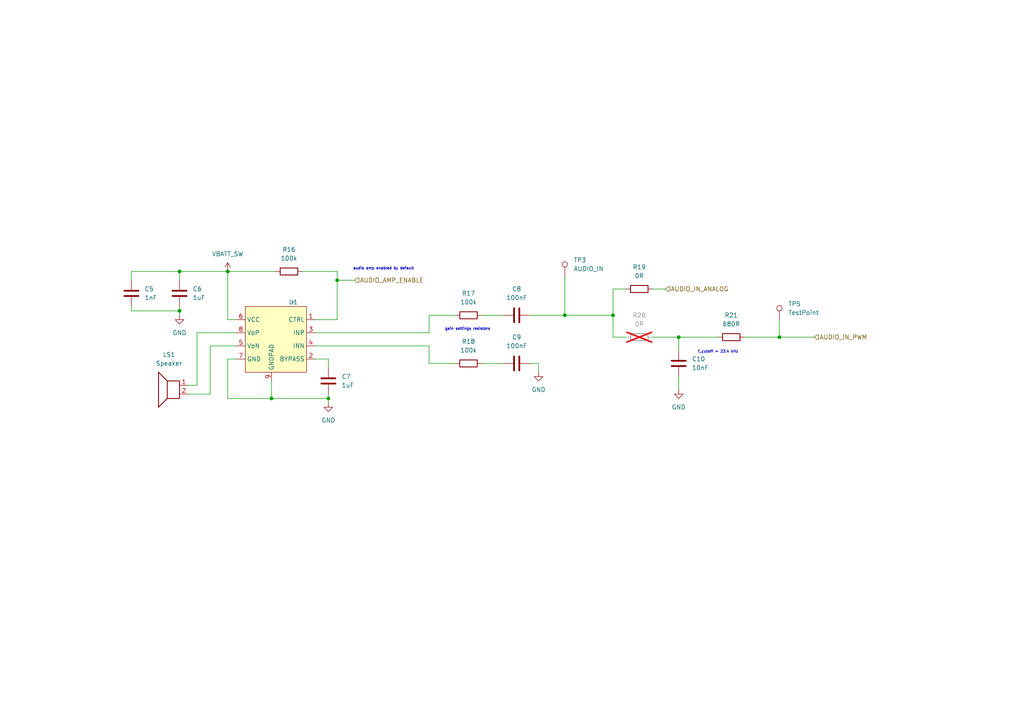
<source format=kicad_sch>
(kicad_sch (version 20231120) (generator "eeschema") (generator_version "8.0")
  (paper "A4")
  (lib_symbols
    (symbol "Connector:TestPoint" (pin_numbers hide) (pin_names (offset 0.762) hide)
      (property "Reference" "TP" (at 0 6.858 0))
      (property "Value" "TestPoint" (at 0 5.08 0))
      (symbol "TestPoint_0_1"
        (circle (center 0 3.302) (radius 0.762))
      )
      (symbol "TestPoint_1_1"
        (pin passive line (at 0 0 90) (length 2.54) (name "1") (number "1"))
      )
    )
    (symbol "Device:C" (pin_numbers hide) (pin_names (offset 0.254))
      (property "Reference" "C" (at 0.635 2.54 0))
      (property "Value" "C" (at 0.635 -2.54 0))
      (symbol "C_0_1"
        (polyline (pts (xy -2.032 -0.762) (xy 2.032 -0.762)) (stroke (width 0.508)))
        (polyline (pts (xy -2.032 0.762) (xy 2.032 0.762)) (stroke (width 0.508)))
      )
      (symbol "C_1_1"
        (pin passive line (at 0 3.81 270) (length 2.794) (name "~") (number "1"))
        (pin passive line (at 0 -3.81 90) (length 2.794) (name "~") (number "2"))
      )
    )
    (symbol "Device:R" (pin_numbers hide) (pin_names (offset 0))
      (property "Reference" "R" (at 2.032 0 90))
      (property "Value" "R" (at 0 0 90))
      (symbol "R_0_1"
        (rectangle (start -1.016 -2.54) (end 1.016 2.54) (stroke (width 0.254)))
      )
      (symbol "R_1_1"
        (pin passive line (at 0 3.81 270) (length 1.27) (name "~") (number "1"))
        (pin passive line (at 0 -3.81 90) (length 1.27) (name "~") (number "2"))
      )
    )
    (symbol "Device:Speaker" (pin_names (offset 0) hide)
      (property "Reference" "LS" (at 1.27 5.715 0))
      (property "Value" "Speaker" (at 1.27 3.81 0))
      (symbol "Speaker_0_0"
        (rectangle (start -2.54 1.27) (end 1.016 -3.81) (stroke (width 0.254)))
        (polyline (pts (xy 1.016 1.27) (xy 3.556 3.81) (xy 3.556 -6.35) (xy 1.016 -3.81)) (stroke (width 0.254)))
      )
      (symbol "Speaker_1_1"
        (pin input line (at -5.08 0 0) (length 2.54) (name "1") (number "1"))
        (pin input line (at -5.08 -2.54 0) (length 2.54) (name "2") (number "2"))
      )
    )
    (symbol "New_Library:NS4150B"
      (property "Reference" "U" (at -5.08 10.16 0))
      (symbol "NS4150B_1_1"
        (rectangle (start -8.89 8.89) (end 8.89 -10.16) (fill (type background)))
        (pin input line (at -11.43 5.08 0) (length 2.54) (name "CTRL") (number "1"))
        (pin input line (at -11.43 -6.35 0) (length 2.54) (name "BYPASS") (number "2"))
        (pin input line (at -11.43 1.27 0) (length 2.54) (name "INP") (number "3"))
        (pin input line (at -11.43 -2.54 0) (length 2.54) (name "INN") (number "4"))
        (pin output line (at 11.43 -2.54 180) (length 2.54) (name "VoN") (number "5"))
        (pin power_in line (at 11.43 5.08 180) (length 2.54) (name "VCC") (number "6"))
        (pin power_in line (at 11.43 -6.35 180) (length 2.54) (name "GND") (number "7"))
        (pin output line (at 11.43 1.27 180) (length 2.54) (name "VoP") (number "8"))
        (pin passive line (at 1.27 -12.7 90) (length 2.54) (name "GNDPAD") (number "9"))
      )
    )
    (symbol "power:GND" (power) (pin_numbers hide) (pin_names (offset 0) hide)
      (property "Value" "GND" (at 0 -3.81 0))
      (symbol "GND_0_1"
        (polyline (pts (xy 0 0) (xy 0 -1.27) (xy 1.27 -1.27) (xy 0 -2.54) (xy -1.27 -1.27) (xy 0 -1.27)))
      )
      (symbol "GND_1_1"
        (pin power_in line (at 0 0 270) (length 0) (name "~") (number "1"))
      )
    )
    (symbol "power:VCC" (power) (pin_numbers hide) (pin_names (offset 0) hide)
      (property "Value" "VCC" (at 0 3.556 0))
      (symbol "VCC_0_1"
        (polyline (pts (xy -0.762 1.27) (xy 0 2.54)))
        (polyline (pts (xy 0 0) (xy 0 2.54)))
        (polyline (pts (xy 0 2.54) (xy 0.762 1.27)))
      )
      (symbol "VCC_1_1"
        (pin power_in line (at 0 0 90) (length 0) (name "~") (number "1"))
      )
    )
  )
  (junction (at 196.85 97.79))
  (junction (at 226.06 97.79))
  (junction (at 52.07 90.17))
  (junction (at 95.25 115.57))
  (junction (at 66.04 78.74))
  (junction (at 97.79 81.28))
  (junction (at 52.07 78.74))
  (junction (at 78.74 115.57))
  (junction (at 163.83 91.44))
  (junction (at 177.8 91.44))
  (wire (pts (xy 153.67 105.41) (xy 156.21 105.41)))
  (wire (pts (xy 97.79 92.71) (xy 91.44 92.71)))
  (wire (pts (xy 124.46 100.33) (xy 124.46 105.41)))
  (wire (pts (xy 66.04 78.74) (xy 66.04 92.71)))
  (wire (pts (xy 177.8 83.82) (xy 181.61 83.82)))
  (wire (pts (xy 196.85 97.79) (xy 208.28 97.79)))
  (wire (pts (xy 52.07 88.9) (xy 52.07 90.17)))
  (wire (pts (xy 177.8 91.44) (xy 177.8 97.79)))
  (wire (pts (xy 124.46 105.41) (xy 132.08 105.41)))
  (wire (pts (xy 54.61 111.76) (xy 57.15 111.76)))
  (wire (pts (xy 97.79 78.74) (xy 97.79 81.28)))
  (wire (pts (xy 163.83 80.01) (xy 163.83 91.44)))
  (wire (pts (xy 226.06 92.71) (xy 226.06 97.79)))
  (wire (pts (xy 68.58 100.33) (xy 60.96 100.33)))
  (wire (pts (xy 196.85 109.22) (xy 196.85 113.03)))
  (wire (pts (xy 153.67 91.44) (xy 163.83 91.44)))
  (wire (pts (xy 91.44 96.52) (xy 124.46 96.52)))
  (wire (pts (xy 226.06 97.79) (xy 236.22 97.79)))
  (wire (pts (xy 78.74 110.49) (xy 78.74 115.57)))
  (wire (pts (xy 38.1 81.28) (xy 38.1 78.74)))
  (wire (pts (xy 38.1 90.17) (xy 52.07 90.17)))
  (wire (pts (xy 57.15 96.52) (xy 68.58 96.52)))
  (wire (pts (xy 66.04 92.71) (xy 68.58 92.71)))
  (wire (pts (xy 66.04 115.57) (xy 78.74 115.57)))
  (wire (pts (xy 78.74 115.57) (xy 95.25 115.57)))
  (wire (pts (xy 139.7 105.41) (xy 146.05 105.41)))
  (wire (pts (xy 95.25 115.57) (xy 95.25 116.84)))
  (wire (pts (xy 91.44 104.14) (xy 95.25 104.14)))
  (wire (pts (xy 102.87 81.28) (xy 97.79 81.28)))
  (wire (pts (xy 38.1 88.9) (xy 38.1 90.17)))
  (wire (pts (xy 97.79 81.28) (xy 97.79 92.71)))
  (wire (pts (xy 189.23 97.79) (xy 196.85 97.79)))
  (wire (pts (xy 95.25 104.14) (xy 95.25 106.68)))
  (wire (pts (xy 60.96 100.33) (xy 60.96 114.3)))
  (wire (pts (xy 156.21 105.41) (xy 156.21 107.95)))
  (wire (pts (xy 52.07 78.74) (xy 66.04 78.74)))
  (wire (pts (xy 91.44 100.33) (xy 124.46 100.33)))
  (wire (pts (xy 177.8 97.79) (xy 181.61 97.79)))
  (wire (pts (xy 196.85 97.79) (xy 196.85 101.6)))
  (wire (pts (xy 215.9 97.79) (xy 226.06 97.79)))
  (wire (pts (xy 95.25 114.3) (xy 95.25 115.57)))
  (wire (pts (xy 177.8 91.44) (xy 177.8 83.82)))
  (wire (pts (xy 87.63 78.74) (xy 97.79 78.74)))
  (wire (pts (xy 189.23 83.82) (xy 193.04 83.82)))
  (wire (pts (xy 124.46 91.44) (xy 132.08 91.44)))
  (wire (pts (xy 52.07 90.17) (xy 52.07 91.44)))
  (wire (pts (xy 124.46 96.52) (xy 124.46 91.44)))
  (wire (pts (xy 139.7 91.44) (xy 146.05 91.44)))
  (wire (pts (xy 163.83 91.44) (xy 177.8 91.44)))
  (wire (pts (xy 60.96 114.3) (xy 54.61 114.3)))
  (wire (pts (xy 66.04 104.14) (xy 66.04 115.57)))
  (wire (pts (xy 52.07 81.28) (xy 52.07 78.74)))
  (wire (pts (xy 66.04 78.74) (xy 80.01 78.74)))
  (wire (pts (xy 57.15 111.76) (xy 57.15 96.52)))
  (wire (pts (xy 38.1 78.74) (xy 52.07 78.74)))
  (wire (pts (xy 68.58 104.14) (xy 66.04 104.14)))
  (text "audio amp enabled by default" (at 111.252 77.978 0) (effects (font (size 0.762 0.762))))
  (text "f_cutoff = 23.4 kHz" (at 208.28 102.108 0) (effects (font (size 0.762 0.762))))
  (text "gain settings resistors" (at 135.636 95.504 0) (effects (font (size 0.762 0.762))))
  (hierarchical_label "AUDIO_IN_ANALOG" (shape input) (at 193.04 83.82 0))
  (hierarchical_label "AUDIO_AMP_ENABLE" (shape input) (at 102.87 81.28 0))
  (hierarchical_label "AUDIO_IN_PWM" (shape input) (at 236.22 97.79 0))
  (symbol (lib_id "Device:C") (at 95.25 110.49 0) (unit 1)
    (property "Reference" "C7" (at 99.06 109.2199 0) (effects (justify left)))
    (property "Value" "1uF" (at 99.06 111.7599 0) (effects (justify left)))
    (property "Footprint" "Capacitor_SMD:C_0603_1608Metric" (effects (hide yes)))
    (property "Description" "Unpolarized capacitor" (effects (hide yes)))
  )
  (symbol (lib_id "Device:C") (at 52.07 85.09 0) (unit 1)
    (property "Reference" "C6" (at 55.88 83.8199 0) (effects (justify left)))
    (property "Value" "1uF" (at 55.88 86.3599 0) (effects (justify left)))
    (property "Footprint" "Capacitor_SMD:C_0603_1608Metric" (effects (hide yes)))
    (property "Description" "Unpolarized capacitor" (effects (hide yes)))
  )
  (symbol (lib_id "Device:R") (at 185.42 83.82 90) (unit 1)
    (property "Reference" "R19" (at 185.42 77.47 90))
    (property "Value" "0R" (at 185.42 80.01 90))
    (property "Footprint" "Resistor_SMD:R_0402_1005Metric" (effects (hide yes)))
    (property "Description" "Resistor" (effects (hide yes)))
  )
  (symbol (lib_id "Device:C") (at 149.86 91.44 90) (unit 1)
    (property "Reference" "C8" (at 149.86 83.82 90))
    (property "Value" "100nF" (at 149.86 86.36 90))
    (property "Footprint" "Capacitor_SMD:C_0603_1608Metric" (effects (hide yes)))
    (property "Description" "Unpolarized capacitor" (effects (hide yes)))
  )
  (symbol (lib_id "power:GND") (at 196.85 113.03 0) (unit 1)
    (property "Reference" "#PWR20" (effects (hide yes)))
    (property "Value" "GND" (at 196.85 118.11 0))
    (property "Description" "Power symbol creates a global label with name \"GND\" , ground" (effects (hide yes)))
  )
  (symbol (lib_id "Device:R") (at 212.09 97.79 90) (unit 1)
    (property "Reference" "R21" (at 212.09 91.44 90))
    (property "Value" "680R" (at 212.09 93.98 90))
    (property "Footprint" "Resistor_SMD:R_0402_1005Metric" (effects (hide yes)))
    (property "Description" "Resistor" (effects (hide yes)))
  )
  (symbol (lib_id "Device:R") (at 83.82 78.74 90) (unit 1)
    (property "Reference" "R16" (at 83.82 72.39 90))
    (property "Value" "100k" (at 83.82 74.93 90))
    (property "Footprint" "Resistor_SMD:R_0402_1005Metric" (effects (hide yes)))
    (property "Description" "Resistor" (effects (hide yes)))
  )
  (symbol (lib_id "Connector:TestPoint") (at 163.83 80.01 0) (unit 1)
    (property "Reference" "TP3" (at 166.37 75.4379 0) (effects (justify left)))
    (property "Value" "AUDIO_IN" (at 166.37 77.9779 0) (effects (justify left)))
    (property "Footprint" "TestPoint:TestPoint_Pad_D1.0mm" (effects (hide yes)))
    (property "Description" "test point" (effects (hide yes)))
  )
  (symbol (lib_id "Device:Speaker") (at 49.53 111.76 0) (mirror y) (unit 1)
    (property "Reference" "LS1" (at 49.022 102.87 0))
    (property "Value" "Speaker" (at 49.022 105.41 0))
    (property "Footprint" "symbol_lib:speaker_footprint" (effects (hide yes)))
    (property "Datasheet" "https://www.lcsc.com/product-detail/Speakers_INGHAi-GSPK2307P-8R1W_C530531.html" (effects (hide yes)))
    (property "Description" "Speaker" (effects (hide yes)))
  )
  (symbol (lib_id "Device:C") (at 38.1 85.09 0) (unit 1)
    (property "Reference" "C5" (at 41.91 83.8199 0) (effects (justify left)))
    (property "Value" "1nF" (at 41.91 86.3599 0) (effects (justify left)))
    (property "Footprint" "Capacitor_SMD:C_0603_1608Metric" (effects (hide yes)))
    (property "Description" "Unpolarized capacitor" (effects (hide yes)))
  )
  (symbol (lib_id "Device:C") (at 196.85 105.41 0) (unit 1)
    (property "Reference" "C10" (at 200.66 104.1399 0) (effects (justify left)))
    (property "Value" "10nF" (at 200.66 106.6799 0) (effects (justify left)))
    (property "Footprint" "Capacitor_SMD:C_0603_1608Metric" (effects (hide yes)))
    (property "Description" "Unpolarized capacitor" (effects (hide yes)))
  )
  (symbol (lib_id "Connector:TestPoint") (at 226.06 92.71 0) (unit 1)
    (property "Reference" "TP5" (at 228.6 88.1379 0) (effects (justify left)))
    (property "Value" "TestPoint" (at 228.6 90.6779 0) (effects (justify left)))
    (property "Description" "test point" (effects (hide yes)))
  )
  (symbol (lib_id "New_Library:NS4150B") (at 80.01 97.79 0) (mirror y) (unit 1)
    (property "Reference" "U1" (at 85.09 87.63 0))
    (property "Value" "~" (at 85.09 87.63 0))
    (property "Footprint" "Package_SO:MSOP-8-1EP_3x3mm_P0.65mm_EP2.5x3mm_Mask1.73x2.36mm" (effects (hide yes)))
    (property "Datasheet" "https://www.lcsc.com/product-detail/Audio-Amplifiers_Shenzhen-Nsiway-Tech-NS4150B_C189961.html?s_z=n_ns4150b" (effects (hide yes)))
  )
  (symbol (lib_id "Device:R") (at 185.42 97.79 90) (unit 1) (dnp yes)
    (property "Reference" "R20" (at 185.42 91.44 90))
    (property "Value" "0R" (at 185.42 93.98 90))
    (property "Footprint" "Resistor_SMD:R_0402_1005Metric" (effects (hide yes)))
    (property "Description" "Resistor" (effects (hide yes)))
  )
  (symbol (lib_id "Device:R") (at 135.89 105.41 90) (unit 1)
    (property "Reference" "R18" (at 135.89 99.06 90))
    (property "Value" "100k" (at 135.89 101.6 90))
    (property "Footprint" "Resistor_SMD:R_0402_1005Metric" (effects (hide yes)))
    (property "Description" "Resistor" (effects (hide yes)))
  )
  (symbol (lib_id "power:GND") (at 95.25 116.84 0) (unit 1)
    (property "Reference" "#PWR18" (effects (hide yes)))
    (property "Value" "GND" (at 95.25 121.92 0))
    (property "Description" "Power symbol creates a global label with name \"GND\" , ground" (effects (hide yes)))
  )
  (symbol (lib_id "power:GND") (at 156.21 107.95 0) (unit 1)
    (property "Reference" "#PWR19" (effects (hide yes)))
    (property "Value" "GND" (at 156.21 113.03 0))
    (property "Description" "Power symbol creates a global label with name \"GND\" , ground" (effects (hide yes)))
  )
  (symbol (lib_id "power:GND") (at 52.07 91.44 0) (unit 1)
    (property "Reference" "#PWR15" (effects (hide yes)))
    (property "Value" "GND" (at 52.07 96.52 0))
    (property "Description" "Power symbol creates a global label with name \"GND\" , ground" (effects (hide yes)))
  )
  (symbol (lib_id "power:VCC") (at 66.04 78.74 0) (unit 1)
    (property "Reference" "#PWR16" (effects (hide yes)))
    (property "Value" "VBATT_SW" (at 66.04 73.66 0))
    (property "Description" "Power symbol creates a global label with name \"VCC\"" (effects (hide yes)))
  )
  (symbol (lib_id "Device:C") (at 149.86 105.41 90) (unit 1)
    (property "Reference" "C9" (at 149.86 97.79 90))
    (property "Value" "100nF" (at 149.86 100.33 90))
    (property "Footprint" "Capacitor_SMD:C_0603_1608Metric" (effects (hide yes)))
    (property "Description" "Unpolarized capacitor" (effects (hide yes)))
  )
  (symbol (lib_id "Device:R") (at 135.89 91.44 90) (unit 1)
    (property "Reference" "R17" (at 135.89 85.09 90))
    (property "Value" "100k" (at 135.89 87.63 90))
    (property "Footprint" "Resistor_SMD:R_0402_1005Metric" (effects (hide yes)))
    (property "Description" "Resistor" (effects (hide yes)))
  )
)
</source>
